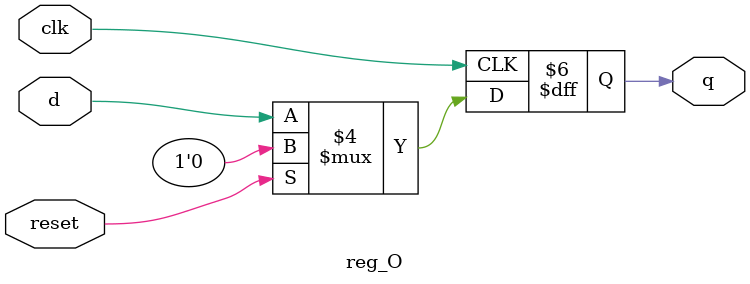
<source format=v>
`timescale 1ns/100ps

module reg_O(

        input wire clk,
        input wire reset,
    	input wire d, 
    	output reg q);
	
//	reg [3:0] q;
	always@(posedge clk)
	 if (~reset)
	 begin
	  q<=d;
	 end
	 else
	 begin
	  q<=1'b0;
	 end
endmodule

</source>
